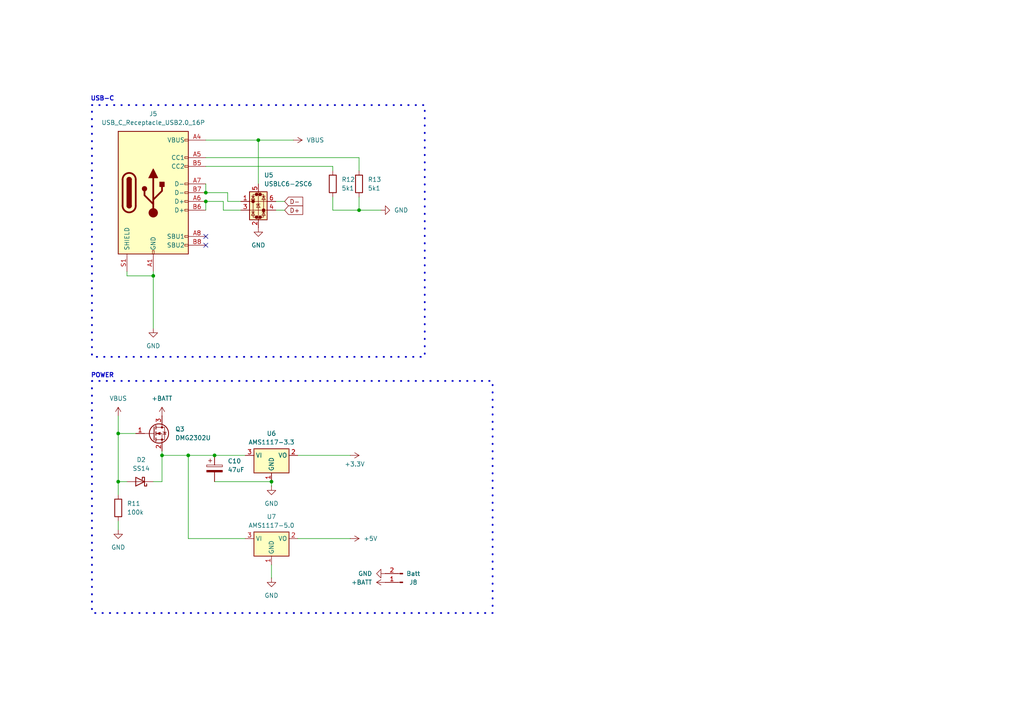
<source format=kicad_sch>
(kicad_sch (version 20250114) (generator "eeschema") (generator_version "9.0")
  (paper "A4")
  (lib_symbols
    (symbol "Connector:Conn_01x02_Pin" (pin_names (offset 1.016) (hide yes))
      (property "Reference" "J" (at 0 2.54 0))
      (property "Value" "Conn_01x02_Pin" (at 0 -5.08 0))
      (symbol "Conn_01x02_Pin_1_1"
        (rectangle (start 0.8636 0.127) (end 0 -0.127) (stroke (width 0.1524)) (fill (type outline)))
        (rectangle (start 0.8636 -2.413) (end 0 -2.667) (stroke (width 0.1524)) (fill (type outline)))
        (polyline (pts (xy 1.27 0) (xy 0.8636 0)) (stroke (width 0.1524)))
        (polyline (pts (xy 1.27 -2.54) (xy 0.8636 -2.54)) (stroke (width 0.1524)))
        (pin passive line (at 5.08 0 180) (length 3.81) (name "Pin_1") (number "1"))
        (pin passive line (at 5.08 -2.54 180) (length 3.81) (name "Pin_2") (number "2"))
      )
    )
    (symbol "Connector:USB_C_Receptacle_USB2.0_16P" (pin_names (offset 1.016))
      (property "Reference" "J" (at 0 22.225 0))
      (property "Value" "USB_C_Receptacle_USB2.0_16P" (at 0 19.685 0))
      (symbol "USB_C_Receptacle_USB2.0_16P_0_0"
        (rectangle (start -0.254 -17.78) (end 0.254 -16.764))
        (rectangle (start 10.16 15.494) (end 9.144 14.986))
        (rectangle (start 10.16 10.414) (end 9.144 9.906))
        (rectangle (start 10.16 7.874) (end 9.144 7.366))
        (rectangle (start 10.16 2.794) (end 9.144 2.286))
        (rectangle (start 10.16 0.254) (end 9.144 -0.254))
        (rectangle (start 10.16 -2.286) (end 9.144 -2.794))
        (rectangle (start 10.16 -4.826) (end 9.144 -5.334))
        (rectangle (start 10.16 -12.446) (end 9.144 -12.954))
        (rectangle (start 10.16 -14.986) (end 9.144 -15.494))
      )
      (symbol "USB_C_Receptacle_USB2.0_16P_0_1"
        (rectangle (start -10.16 17.78) (end 10.16 -17.78) (stroke (width 0.254)) (fill (type background)))
        (polyline (pts (xy -8.89 -3.81) (xy -8.89 3.81)) (stroke (width 0.508)))
        (rectangle (start -7.62 -3.81) (end -6.35 3.81) (stroke (width 0.254)) (fill (type outline)))
        (arc (start -7.62 3.81) (mid -6.985 4.4423) (end -6.35 3.81) (stroke (width 0.254)))
        (arc (start -7.62 3.81) (mid -6.985 4.4423) (end -6.35 3.81) (stroke (width 0.254)) (fill (type outline)))
        (arc (start -8.89 3.81) (mid -6.985 5.7067) (end -5.08 3.81) (stroke (width 0.508)))
        (arc (start -5.08 -3.81) (mid -6.985 -5.7067) (end -8.89 -3.81) (stroke (width 0.508)))
        (arc (start -6.35 -3.81) (mid -6.985 -4.4423) (end -7.62 -3.81) (stroke (width 0.254)))
        (arc (start -6.35 -3.81) (mid -6.985 -4.4423) (end -7.62 -3.81) (stroke (width 0.254)) (fill (type outline)))
        (polyline (pts (xy -5.08 3.81) (xy -5.08 -3.81)) (stroke (width 0.508)))
        (circle (center -2.54 1.143) (radius 0.635) (stroke (width 0.254)) (fill (type outline)))
        (polyline (pts (xy -1.27 4.318) (xy 0 6.858) (xy 1.27 4.318) (xy -1.27 4.318)) (stroke (width 0.254)) (fill (type outline)))
        (polyline (pts (xy 0 -2.032) (xy 2.54 0.508) (xy 2.54 1.778)) (stroke (width 0.508)))
        (polyline (pts (xy 0 -3.302) (xy -2.54 -0.762) (xy -2.54 0.508)) (stroke (width 0.508)))
        (polyline (pts (xy 0 -5.842) (xy 0 4.318)) (stroke (width 0.508)))
        (circle (center 0 -5.842) (radius 1.27) (fill (type outline)))
        (rectangle (start 1.905 1.778) (end 3.175 3.048) (stroke (width 0.254)) (fill (type outline)))
      )
      (symbol "USB_C_Receptacle_USB2.0_16P_1_1"
        (pin passive line (at -7.62 -22.86 90) (length 5.08) (name "SHIELD") (number "S1"))
        (pin passive line (at 0 -22.86 90) (length 5.08) (name "GND") (number "A1"))
        (pin passive line (at 0 -22.86 90) (length 5.08) (hide yes) (name "GND") (number "A12"))
        (pin passive line (at 0 -22.86 90) (length 5.08) (hide yes) (name "GND") (number "B1"))
        (pin passive line (at 0 -22.86 90) (length 5.08) (hide yes) (name "GND") (number "B12"))
        (pin passive line (at 15.24 15.24 180) (length 5.08) (name "VBUS") (number "A4"))
        (pin passive line (at 15.24 15.24 180) (length 5.08) (hide yes) (name "VBUS") (number "A9"))
        (pin passive line (at 15.24 15.24 180) (length 5.08) (hide yes) (name "VBUS") (number "B4"))
        (pin passive line (at 15.24 15.24 180) (length 5.08) (hide yes) (name "VBUS") (number "B9"))
        (pin bidirectional line (at 15.24 10.16 180) (length 5.08) (name "CC1") (number "A5"))
        (pin bidirectional line (at 15.24 7.62 180) (length 5.08) (name "CC2") (number "B5"))
        (pin bidirectional line (at 15.24 2.54 180) (length 5.08) (name "D-") (number "A7"))
        (pin bidirectional line (at 15.24 0 180) (length 5.08) (name "D-") (number "B7"))
        (pin bidirectional line (at 15.24 -2.54 180) (length 5.08) (name "D+") (number "A6"))
        (pin bidirectional line (at 15.24 -5.08 180) (length 5.08) (name "D+") (number "B6"))
        (pin bidirectional line (at 15.24 -12.7 180) (length 5.08) (name "SBU1") (number "A8"))
        (pin bidirectional line (at 15.24 -15.24 180) (length 5.08) (name "SBU2") (number "B8"))
      )
    )
    (symbol "Device:C_Polarized" (pin_numbers (hide yes)) (pin_names (offset 0.254))
      (property "Reference" "C" (at 0.635 2.54 0))
      (property "Value" "C_Polarized" (at 0.635 -2.54 0))
      (symbol "C_Polarized_0_1"
        (rectangle (start -2.286 0.508) (end 2.286 1.016))
        (polyline (pts (xy -1.778 2.286) (xy -0.762 2.286)))
        (polyline (pts (xy -1.27 2.794) (xy -1.27 1.778)))
        (rectangle (start 2.286 -0.508) (end -2.286 -1.016) (fill (type outline)))
      )
      (symbol "C_Polarized_1_1"
        (pin passive line (at 0 3.81 270) (length 2.794) (name "~") (number "1"))
        (pin passive line (at 0 -3.81 90) (length 2.794) (name "~") (number "2"))
      )
    )
    (symbol "Device:R" (pin_numbers (hide yes)) (pin_names (offset 0))
      (property "Reference" "R" (at 2.032 0 90))
      (property "Value" "R" (at 0 0 90))
      (symbol "R_0_1"
        (rectangle (start -1.016 -2.54) (end 1.016 2.54) (stroke (width 0.254)))
      )
      (symbol "R_1_1"
        (pin passive line (at 0 3.81 270) (length 1.27) (name "~") (number "1"))
        (pin passive line (at 0 -3.81 90) (length 1.27) (name "~") (number "2"))
      )
    )
    (symbol "Diode:SS14" (pin_numbers (hide yes)) (pin_names (offset 1.016) (hide yes))
      (property "Reference" "D" (at 0 2.54 0))
      (property "Value" "SS14" (at 0 -2.54 0))
      (symbol "SS14_0_1"
        (polyline (pts (xy -1.905 0.635) (xy -1.905 1.27) (xy -1.27 1.27) (xy -1.27 -1.27) (xy -0.635 -1.27) (xy -0.635 -0.635)) (stroke (width 0.254)))
        (polyline (pts (xy 1.27 1.27) (xy 1.27 -1.27) (xy -1.27 0) (xy 1.27 1.27)) (stroke (width 0.254)))
        (polyline (pts (xy 1.27 0) (xy -1.27 0)))
      )
      (symbol "SS14_1_1"
        (pin passive line (at -3.81 0 0) (length 2.54) (name "K") (number "1"))
        (pin passive line (at 3.81 0 180) (length 2.54) (name "A") (number "2"))
      )
    )
    (symbol "Power_Protection:USBLC6-2SC6" (pin_names (hide yes))
      (property "Reference" "U" (at 0.635 5.715 0))
      (property "Value" "USBLC6-2SC6" (at 0.635 3.81 0))
      (symbol "USBLC6-2SC6_0_0"
        (circle (center -1.524 0) (radius 0.0001) (stroke (width 0.508)))
        (circle (center -0.508 2.032) (radius 0.0001) (stroke (width 0.508)))
        (circle (center -0.508 -4.572) (radius 0.0001) (stroke (width 0.508)))
        (circle (center 0.508 2.032) (radius 0.0001) (stroke (width 0.508)))
        (circle (center 0.508 -4.572) (radius 0.0001) (stroke (width 0.508)))
        (circle (center 1.524 -2.54) (radius 0.0001) (stroke (width 0.508)))
      )
      (symbol "USBLC6-2SC6_0_1"
        (polyline (pts (xy -2.54 0) (xy 2.54 0)))
        (polyline (pts (xy -2.54 -2.54) (xy 2.54 -2.54)))
        (polyline (pts (xy -2.032 0.508) (xy -1.016 0.508) (xy -1.524 1.524) (xy -2.032 0.508)))
        (polyline (pts (xy -2.032 -3.048) (xy -1.016 -3.048)))
        (polyline (pts (xy -1.016 1.524) (xy -2.032 1.524)))
        (polyline (pts (xy -1.016 -4.064) (xy -2.032 -4.064) (xy -1.524 -3.048) (xy -1.016 -4.064)))
        (polyline (pts (xy -0.508 -1.143) (xy -0.508 -0.762) (xy 0.508 -0.762)))
        (polyline (pts (xy 0 2.54) (xy -0.508 2.032) (xy 0.508 2.032) (xy 0 1.524) (xy 0 -4.064) (xy -0.508 -4.572) (xy 0.508 -4.572) (xy 0 -5.08)))
        (polyline (pts (xy 0.508 -1.778) (xy -0.508 -1.778) (xy 0 -0.762) (xy 0.508 -1.778)))
        (polyline (pts (xy 1.016 1.524) (xy 2.032 1.524)))
        (polyline (pts (xy 1.016 -3.048) (xy 2.032 -3.048)))
        (polyline (pts (xy 2.032 0.508) (xy 1.016 0.508) (xy 1.524 1.524) (xy 2.032 0.508)))
        (polyline (pts (xy 2.032 -4.064) (xy 1.016 -4.064) (xy 1.524 -3.048) (xy 2.032 -4.064)))
      )
      (symbol "USBLC6-2SC6_1_1"
        (rectangle (start -2.54 2.794) (end 2.54 -5.334) (stroke (width 0.254)) (fill (type background)))
        (polyline (pts (xy -0.508 2.032) (xy -1.524 2.032) (xy -1.524 -4.572) (xy -0.508 -4.572)))
        (polyline (pts (xy 0.508 -4.572) (xy 1.524 -4.572) (xy 1.524 2.032) (xy 0.508 2.032)))
        (pin passive line (at -5.08 0 0) (length 2.54) (name "I/O1") (number "1"))
        (pin passive line (at -5.08 -2.54 0) (length 2.54) (name "I/O2") (number "3"))
        (pin passive line (at 0 5.08 270) (length 2.54) (name "VBUS") (number "5"))
        (pin passive line (at 0 -7.62 90) (length 2.54) (name "GND") (number "2"))
        (pin passive line (at 5.08 0 180) (length 2.54) (name "I/O1") (number "6"))
        (pin passive line (at 5.08 -2.54 180) (length 2.54) (name "I/O2") (number "4"))
      )
    )
    (symbol "Regulator_Linear:AMS1117-3.3"
      (property "Reference" "U" (at -3.81 3.175 0))
      (property "Value" "AMS1117-3.3" (at 0 3.175 0))
      (symbol "AMS1117-3.3_0_1"
        (rectangle (start -5.08 -5.08) (end 5.08 1.905) (stroke (width 0.254)) (fill (type background)))
      )
      (symbol "AMS1117-3.3_1_1"
        (pin power_in line (at -7.62 0 0) (length 2.54) (name "VI") (number "3"))
        (pin power_in line (at 0 -7.62 90) (length 2.54) (name "GND") (number "1"))
        (pin power_out line (at 7.62 0 180) (length 2.54) (name "VO") (number "2"))
      )
    )
    (symbol "Regulator_Linear:AMS1117-5.0"
      (property "Reference" "U" (at -3.81 3.175 0))
      (property "Value" "AMS1117-5.0" (at 0 3.175 0))
      (symbol "AMS1117-5.0_0_1"
        (rectangle (start -5.08 -5.08) (end 5.08 1.905) (stroke (width 0.254)) (fill (type background)))
      )
      (symbol "AMS1117-5.0_1_1"
        (pin power_in line (at -7.62 0 0) (length 2.54) (name "VI") (number "3"))
        (pin power_in line (at 0 -7.62 90) (length 2.54) (name "GND") (number "1"))
        (pin power_out line (at 7.62 0 180) (length 2.54) (name "VO") (number "2"))
      )
    )
    (symbol "Transistor_FET:DMG2302U" (pin_names (hide yes))
      (property "Reference" "Q" (at 5.08 1.905 0))
      (property "Value" "DMG2302U" (at 5.08 0 0))
      (symbol "DMG2302U_0_1"
        (polyline (pts (xy 0.254 1.905) (xy 0.254 -1.905)) (stroke (width 0.254)))
        (polyline (pts (xy 0.254 0) (xy -2.54 0)))
        (polyline (pts (xy 0.762 2.286) (xy 0.762 1.27)) (stroke (width 0.254)))
        (polyline (pts (xy 0.762 0.508) (xy 0.762 -0.508)) (stroke (width 0.254)))
        (polyline (pts (xy 0.762 -1.27) (xy 0.762 -2.286)) (stroke (width 0.254)))
        (polyline (pts (xy 0.762 -1.778) (xy 3.302 -1.778) (xy 3.302 1.778) (xy 0.762 1.778)))
        (polyline (pts (xy 1.016 0) (xy 2.032 0.381) (xy 2.032 -0.381) (xy 1.016 0)) (fill (type outline)))
        (circle (center 1.651 0) (radius 2.794) (stroke (width 0.254)))
        (polyline (pts (xy 2.54 2.54) (xy 2.54 1.778)))
        (circle (center 2.54 1.778) (radius 0.254) (fill (type outline)))
        (circle (center 2.54 -1.778) (radius 0.254) (fill (type outline)))
        (polyline (pts (xy 2.54 -2.54) (xy 2.54 0) (xy 0.762 0)))
        (polyline (pts (xy 2.794 0.508) (xy 2.921 0.381) (xy 3.683 0.381) (xy 3.81 0.254)))
        (polyline (pts (xy 3.302 0.381) (xy 2.921 -0.254) (xy 3.683 -0.254) (xy 3.302 0.381)))
      )
      (symbol "DMG2302U_1_1"
        (pin input line (at -5.08 0 0) (length 2.54) (name "G") (number "1"))
        (pin passive line (at 2.54 5.08 270) (length 2.54) (name "D") (number "3"))
        (pin passive line (at 2.54 -5.08 90) (length 2.54) (name "S") (number "2"))
      )
    )
    (symbol "power:+3.3V" (power) (pin_numbers (hide yes)) (pin_names (offset 0) (hide yes))
      (property "Value" "+3.3V" (at 0 3.556 0))
      (symbol "+3.3V_0_1"
        (polyline (pts (xy -0.762 1.27) (xy 0 2.54)))
        (polyline (pts (xy 0 2.54) (xy 0.762 1.27)))
        (polyline (pts (xy 0 0) (xy 0 2.54)))
      )
      (symbol "+3.3V_1_1"
        (pin power_in line (at 0 0 90) (length 0) (name "~") (number "1"))
      )
    )
    (symbol "power:+5V" (power) (pin_numbers (hide yes)) (pin_names (offset 0) (hide yes))
      (property "Value" "+5V" (at 0 3.556 0))
      (symbol "+5V_0_1"
        (polyline (pts (xy -0.762 1.27) (xy 0 2.54)))
        (polyline (pts (xy 0 2.54) (xy 0.762 1.27)))
        (polyline (pts (xy 0 0) (xy 0 2.54)))
      )
      (symbol "+5V_1_1"
        (pin power_in line (at 0 0 90) (length 0) (name "~") (number "1"))
      )
    )
    (symbol "power:+BATT" (power) (pin_numbers (hide yes)) (pin_names (offset 0) (hide yes))
      (property "Value" "+BATT" (at 0 3.556 0))
      (symbol "+BATT_0_1"
        (polyline (pts (xy -0.762 1.27) (xy 0 2.54)))
        (polyline (pts (xy 0 2.54) (xy 0.762 1.27)))
        (polyline (pts (xy 0 0) (xy 0 2.54)))
      )
      (symbol "+BATT_1_1"
        (pin power_in line (at 0 0 90) (length 0) (name "~") (number "1"))
      )
    )
    (symbol "power:GND" (power) (pin_numbers (hide yes)) (pin_names (offset 0) (hide yes))
      (property "Value" "GND" (at 0 -3.81 0))
      (symbol "GND_0_1"
        (polyline (pts (xy 0 0) (xy 0 -1.27) (xy 1.27 -1.27) (xy 0 -2.54) (xy -1.27 -1.27) (xy 0 -1.27)))
      )
      (symbol "GND_1_1"
        (pin power_in line (at 0 0 270) (length 0) (name "~") (number "1"))
      )
    )
  )
  (rectangle (start 26.67 110.49) (end 142.875 177.8) (stroke (width 0.508) (type dot)))
  (rectangle (start 26.67 30.48) (end 123.19 103.505) (stroke (width 0.508) (type dot)))
  (text "POWER\n" (at 29.718 108.966 0) (effects (font (size 1.27 1.27) (thickness 0.254) (bold yes))))
  (text "USB-C\n" (at 29.718 28.702 0) (effects (font (size 1.27 1.27) (thickness 0.254) (bold yes))))
  (junction (at 59.69 58.42))
  (junction (at 104.14 60.96))
  (junction (at 59.69 55.88))
  (junction (at 74.93 40.64))
  (junction (at 78.74 139.7))
  (junction (at 34.29 125.73))
  (junction (at 54.61 132.08))
  (junction (at 46.99 132.08))
  (junction (at 34.29 139.7))
  (junction (at 44.45 80.01))
  (junction (at 62.23 132.08))
  (no_connect (at 59.69 71.12))
  (no_connect (at 59.69 68.58))
  (wire (pts (xy 44.45 80.01) (xy 44.45 95.25)))
  (wire (pts (xy 54.61 156.21) (xy 71.12 156.21)))
  (wire (pts (xy 104.14 57.15) (xy 104.14 60.96)))
  (wire (pts (xy 54.61 132.08) (xy 54.61 156.21)))
  (wire (pts (xy 36.83 80.01) (xy 44.45 80.01)))
  (wire (pts (xy 86.36 156.21) (xy 101.6 156.21)))
  (wire (pts (xy 34.29 151.13) (xy 34.29 153.67)))
  (wire (pts (xy 66.04 58.42) (xy 66.04 55.88)))
  (wire (pts (xy 80.01 60.96) (xy 82.55 60.96)))
  (wire (pts (xy 96.52 60.96) (xy 104.14 60.96)))
  (wire (pts (xy 64.77 58.42) (xy 59.69 58.42)))
  (wire (pts (xy 64.77 60.96) (xy 69.85 60.96)))
  (wire (pts (xy 59.69 58.42) (xy 59.69 60.96)))
  (wire (pts (xy 34.29 125.73) (xy 34.29 139.7)))
  (wire (pts (xy 62.23 139.7) (xy 78.74 139.7)))
  (wire (pts (xy 44.45 78.74) (xy 44.45 80.01)))
  (wire (pts (xy 59.69 48.26) (xy 96.52 48.26)))
  (wire (pts (xy 74.93 40.64) (xy 59.69 40.64)))
  (wire (pts (xy 34.29 139.7) (xy 34.29 143.51)))
  (wire (pts (xy 46.99 132.08) (xy 54.61 132.08)))
  (wire (pts (xy 44.45 139.7) (xy 46.99 139.7)))
  (wire (pts (xy 80.01 58.42) (xy 82.55 58.42)))
  (wire (pts (xy 64.77 60.96) (xy 64.77 58.42)))
  (wire (pts (xy 59.69 53.34) (xy 59.69 55.88)))
  (wire (pts (xy 96.52 48.26) (xy 96.52 49.53)))
  (wire (pts (xy 104.14 45.72) (xy 59.69 45.72)))
  (wire (pts (xy 85.09 40.64) (xy 74.93 40.64)))
  (wire (pts (xy 104.14 45.72) (xy 104.14 49.53)))
  (wire (pts (xy 46.99 130.81) (xy 46.99 132.08)))
  (wire (pts (xy 34.29 125.73) (xy 39.37 125.73)))
  (wire (pts (xy 66.04 58.42) (xy 69.85 58.42)))
  (wire (pts (xy 74.93 40.64) (xy 74.93 53.34)))
  (wire (pts (xy 46.99 139.7) (xy 46.99 132.08)))
  (wire (pts (xy 36.83 80.01) (xy 36.83 78.74)))
  (wire (pts (xy 86.36 132.08) (xy 101.6 132.08)))
  (wire (pts (xy 34.29 139.7) (xy 36.83 139.7)))
  (wire (pts (xy 104.14 60.96) (xy 110.49 60.96)))
  (wire (pts (xy 78.74 140.97) (xy 78.74 139.7)))
  (wire (pts (xy 96.52 57.15) (xy 96.52 60.96)))
  (wire (pts (xy 54.61 132.08) (xy 62.23 132.08)))
  (wire (pts (xy 34.29 120.65) (xy 34.29 125.73)))
  (wire (pts (xy 78.74 167.64) (xy 78.74 163.83)))
  (wire (pts (xy 66.04 55.88) (xy 59.69 55.88)))
  (wire (pts (xy 62.23 132.08) (xy 71.12 132.08)))
  (global_label "D+" (shape input) (at 82.55 60.96 0) (property "Intersheetrefs" "${INTERSHEET_REFS}" (effects (hide yes))))
  (global_label "D-" (shape input) (at 82.55 58.42 0) (property "Intersheetrefs" "${INTERSHEET_REFS}" (effects (hide yes))))
  (symbol (lib_id "power:+5V") (at 101.6 156.21 270) (unit 1)
    (property "Reference" "#PWR041" (effects (hide yes)))
    (property "Value" "+5V" (at 105.41 156.2099 90) (effects (justify left)))
    (property "Description" "Power symbol creates a global label with name \"+5V\"" (effects (hide yes)))
  )
  (symbol (lib_id "power:+5V") (at 85.09 40.64 270) (unit 1)
    (property "Reference" "#PWR039" (effects (hide yes)))
    (property "Value" "VBUS" (at 88.9 40.6399 90) (effects (justify left)))
    (property "Description" "Power symbol creates a global label with name \"+5V\"" (effects (hide yes)))
  )
  (symbol (lib_id "power:GND") (at 110.49 60.96 90) (unit 1)
    (property "Reference" "#PWR042" (effects (hide yes)))
    (property "Value" "GND" (at 114.3 60.9599 90) (effects (justify right)))
    (property "Description" "Power symbol creates a global label with name \"GND\" , ground" (effects (hide yes)))
  )
  (symbol (lib_id "Device:R") (at 96.52 53.34 0) (unit 1)
    (property "Reference" "R12" (at 99.06 52.0699 0) (effects (justify left)))
    (property "Value" "5k1" (at 99.06 54.6099 0) (effects (justify left)))
    (property "Footprint" "Resistor_SMD:R_0603_1608Metric" (effects (hide yes)))
    (property "Description" "Resistor" (effects (hide yes)))
  )
  (symbol (lib_id "power:+BATT") (at 46.99 120.65 0) (unit 1)
    (property "Reference" "#PWR035" (effects (hide yes)))
    (property "Value" "+BATT" (at 46.99 115.57 0))
    (property "Description" "Power symbol creates a global label with name \"+BATT\"" (effects (hide yes)))
  )
  (symbol (lib_id "power:GND") (at 44.45 95.25 0) (unit 1)
    (property "Reference" "#PWR034" (effects (hide yes)))
    (property "Value" "GND" (at 44.45 100.33 0))
    (property "Description" "Power symbol creates a global label with name \"GND\" , ground" (effects (hide yes)))
  )
  (symbol (lib_id "Diode:SS14") (at 40.64 139.7 180) (unit 1)
    (property "Reference" "D2" (at 40.9575 133.35 0))
    (property "Value" "SS14" (at 40.9575 135.89 0))
    (property "Footprint" "Diode_SMD:D_SMA" (effects (hide yes)))
    (property "Datasheet" "https://www.vishay.com/docs/88746/ss12.pdf" (effects (hide yes)))
    (property "Description" "40V 1A Schottky Diode, SMA" (effects (hide yes)))
  )
  (symbol (lib_id "power:GND") (at 34.29 153.67 0) (unit 1)
    (property "Reference" "#PWR033" (effects (hide yes)))
    (property "Value" "GND" (at 34.29 158.75 0))
    (property "Description" "Power symbol creates a global label with name \"GND\" , ground" (effects (hide yes)))
  )
  (symbol (lib_id "power:GND") (at 74.93 66.04 0) (unit 1)
    (property "Reference" "#PWR036" (effects (hide yes)))
    (property "Value" "GND" (at 74.93 71.12 0))
    (property "Description" "Power symbol creates a global label with name \"GND\" , ground" (effects (hide yes)))
  )
  (symbol (lib_id "power:+5V") (at 34.29 120.65 0) (unit 1)
    (property "Reference" "#PWR032" (effects (hide yes)))
    (property "Value" "VBUS" (at 34.29 115.57 0))
    (property "Description" "Power symbol creates a global label with name \"+5V\"" (effects (hide yes)))
  )
  (symbol (lib_id "Device:R") (at 34.29 147.32 0) (unit 1)
    (property "Reference" "R11" (at 36.83 146.0499 0) (effects (justify left)))
    (property "Value" "100k" (at 36.83 148.5899 0) (effects (justify left)))
    (property "Footprint" "Resistor_SMD:R_0603_1608Metric" (effects (hide yes)))
    (property "Description" "Resistor" (effects (hide yes)))
  )
  (symbol (lib_id "power:GND") (at 78.74 140.97 0) (unit 1)
    (property "Reference" "#PWR037" (effects (hide yes)))
    (property "Value" "GND" (at 78.74 146.05 0))
    (property "Description" "Power symbol creates a global label with name \"GND\" , ground" (effects (hide yes)))
  )
  (symbol (lib_id "power:GND") (at 78.74 167.64 0) (unit 1)
    (property "Reference" "#PWR038" (effects (hide yes)))
    (property "Value" "GND" (at 78.74 172.72 0))
    (property "Description" "Power symbol creates a global label with name \"GND\" , ground" (effects (hide yes)))
  )
  (symbol (lib_id "Device:R") (at 104.14 53.34 0) (unit 1)
    (property "Reference" "R13" (at 106.68 52.0699 0) (effects (justify left)))
    (property "Value" "5k1" (at 106.68 54.6099 0) (effects (justify left)))
    (property "Footprint" "Resistor_SMD:R_0603_1608Metric" (effects (hide yes)))
    (property "Description" "Resistor" (effects (hide yes)))
  )
  (symbol (lib_id "Regulator_Linear:AMS1117-3.3") (at 78.74 132.08 0) (unit 1)
    (property "Reference" "U6" (at 78.74 125.73 0))
    (property "Value" "AMS1117-3.3" (at 78.74 128.27 0))
    (property "Footprint" "Package_TO_SOT_SMD:SOT-223-3_TabPin2" (effects (hide yes)))
    (property "Datasheet" "http://www.advanced-monolithic.com/pdf/ds1117.pdf" (effects (hide yes)))
    (property "Description" "1A Low Dropout regulator, positive, 3.3V fixed output, SOT-223" (effects (hide yes)))
  )
  (symbol (lib_id "Regulator_Linear:AMS1117-5.0") (at 78.74 156.21 0) (unit 1)
    (property "Reference" "U7" (at 78.74 149.86 0))
    (property "Value" "AMS1117-5.0" (at 78.74 152.4 0))
    (property "Footprint" "Package_TO_SOT_SMD:SOT-223-3_TabPin2" (effects (hide yes)))
    (property "Datasheet" "http://www.advanced-monolithic.com/pdf/ds1117.pdf" (effects (hide yes)))
    (property "Description" "1A Low Dropout regulator, positive, 5.0V fixed output, SOT-223" (effects (hide yes)))
  )
  (symbol (lib_id "Power_Protection:USBLC6-2SC6") (at 74.93 58.42 0) (unit 1)
    (property "Reference" "U5" (at 76.5811 50.8 0) (effects (justify left)))
    (property "Value" "USBLC6-2SC6" (at 76.5811 53.34 0) (effects (justify left)))
    (property "Footprint" "Package_TO_SOT_SMD:SOT-23-6" (effects (hide yes)))
    (property "Datasheet" "https://www.st.com/resource/en/datasheet/usblc6-2.pdf" (effects (hide yes)))
    (property "Description" "Very low capacitance ESD protection diode, 2 data-line, SOT-23-6" (effects (hide yes)))
  )
  (symbol (lib_id "power:+3.3V") (at 101.6 132.08 270) (unit 1)
    (property "Reference" "#PWR040" (effects (hide yes)))
    (property "Value" "+3.3V" (at 102.87 134.62 90))
    (property "Description" "Power symbol creates a global label with name \"+3.3V\"" (effects (hide yes)))
  )
  (symbol (lib_id "power:+BATT") (at 111.76 168.91 90) (unit 1)
    (property "Reference" "#PWR050" (effects (hide yes)))
    (property "Value" "+BATT" (at 107.95 168.9101 90) (effects (justify left)))
    (property "Description" "Power symbol creates a global label with name \"+BATT\"" (effects (hide yes)))
  )
  (symbol (lib_id "Connector:Conn_01x02_Pin") (at 116.84 168.91 180) (unit 1)
    (property "Reference" "J8" (at 119.888 168.91 0))
    (property "Value" "Batt" (at 119.888 166.37 0))
    (property "Footprint" "Connector_PinHeader_2.54mm:PinHeader_1x02_P2.54mm_Vertical" (effects (hide yes)))
    (property "Description" "Generic connector, single row, 01x02, script generated" (effects (hide yes)))
  )
  (symbol (lib_id "Transistor_FET:DMG2302U") (at 44.45 125.73 0) (unit 1)
    (property "Reference" "Q3" (at 50.8 124.4599 0) (effects (justify left)))
    (property "Value" "DMG2302U" (at 50.8 126.9999 0) (effects (justify left)))
    (property "Footprint" "Package_TO_SOT_SMD:SOT-23" (effects (hide yes)))
    (property "Datasheet" "http://www.diodes.com/assets/Datasheets/DMG2302U.pdf" (effects (hide yes)))
    (property "Description" "4.2A Id, 20V Vds, N-Channel MOSFET, SOT-23" (effects (hide yes)))
  )
  (symbol (lib_id "power:GND") (at 111.76 166.37 270) (unit 1)
    (property "Reference" "#PWR049" (effects (hide yes)))
    (property "Value" "GND" (at 107.95 166.3701 90) (effects (justify right)))
    (property "Description" "Power symbol creates a global label with name \"GND\" , ground" (effects (hide yes)))
  )
  (symbol (lib_id "Connector:USB_C_Receptacle_USB2.0_16P") (at 44.45 55.88 0) (unit 1)
    (property "Reference" "J5" (at 44.45 33.02 0))
    (property "Value" "USB_C_Receptacle_USB2.0_16P" (at 44.45 35.56 0))
    (property "Footprint" "Connector_USB:USB_C_Receptacle_HCTL_HC-TYPE-C-16P-01A" (effects (hide yes)))
    (property "Datasheet" "https://www.usb.org/sites/default/files/documents/usb_type-c.zip" (effects (hide yes)))
    (property "Description" "USB 2.0-only 16P Type-C Receptacle connector" (effects (hide yes)))
  )
  (symbol (lib_id "Device:C_Polarized") (at 62.23 135.89 0) (unit 1)
    (property "Reference" "C10" (at 66.04 133.7309 0) (effects (justify left)))
    (property "Value" "47uF" (at 66.04 136.2709 0) (effects (justify left)))
    (property "Footprint" "Capacitor_SMD:CP_Elec_5x5.4" (effects (hide yes)))
    (property "Description" "Polarized capacitor" (effects (hide yes)))
  )
)
</source>
